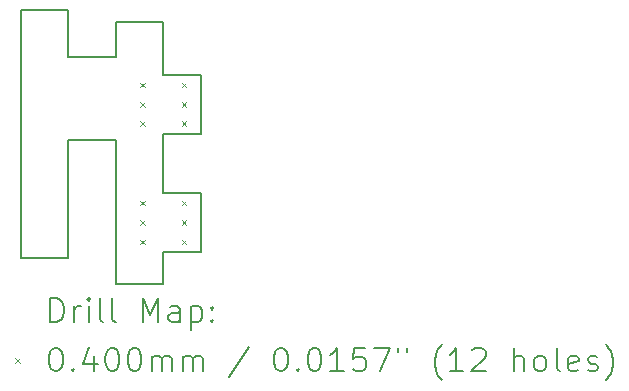
<source format=gbr>
%TF.GenerationSoftware,KiCad,Pcbnew,(6.0.11)*%
%TF.CreationDate,2024-01-05T00:58:55+00:00*%
%TF.ProjectId,Econet_ID_Extender_Bracket,45636f6e-6574-45f4-9944-5f457874656e,rev?*%
%TF.SameCoordinates,Original*%
%TF.FileFunction,Drillmap*%
%TF.FilePolarity,Positive*%
%FSLAX45Y45*%
G04 Gerber Fmt 4.5, Leading zero omitted, Abs format (unit mm)*
G04 Created by KiCad (PCBNEW (6.0.11)) date 2024-01-05 00:58:55*
%MOMM*%
%LPD*%
G01*
G04 APERTURE LIST*
%ADD10C,0.200000*%
%ADD11C,0.040000*%
G04 APERTURE END LIST*
D10*
X16200000Y-6970000D02*
X16200000Y-7241000D01*
X16200000Y-6970000D02*
X16526000Y-6970000D01*
X15000000Y-4920000D02*
X15400000Y-4920000D01*
X16526000Y-5970000D02*
X16526000Y-5470000D01*
X15000000Y-4920000D02*
X15000000Y-7020000D01*
X16526000Y-6970000D02*
X16526000Y-6470000D01*
X15800000Y-7241000D02*
X15800000Y-6020000D01*
X15800000Y-5320000D02*
X15800000Y-5020000D01*
X16200000Y-6470000D02*
X16526000Y-6470000D01*
X15800000Y-7241000D02*
X16200000Y-7241000D01*
X15400000Y-5320000D02*
X15400000Y-4920000D01*
X15400000Y-7020000D02*
X15400000Y-6020000D01*
X16200000Y-5970000D02*
X16200000Y-6470000D01*
X15000000Y-7020000D02*
X15400000Y-7020000D01*
X16200000Y-5020000D02*
X16200000Y-5470000D01*
X15400000Y-5320000D02*
X15800000Y-5320000D01*
X16200000Y-5470000D02*
X16526000Y-5470000D01*
X15400000Y-6020000D02*
X15800000Y-6020000D01*
X16200000Y-5970000D02*
X16526000Y-5970000D01*
X15800000Y-5020000D02*
X16200000Y-5020000D01*
D11*
X16009000Y-5535500D02*
X16049000Y-5575500D01*
X16049000Y-5535500D02*
X16009000Y-5575500D01*
X16009000Y-5700000D02*
X16049000Y-5740000D01*
X16049000Y-5700000D02*
X16009000Y-5740000D01*
X16009000Y-5864500D02*
X16049000Y-5904500D01*
X16049000Y-5864500D02*
X16009000Y-5904500D01*
X16009000Y-6535500D02*
X16049000Y-6575500D01*
X16049000Y-6535500D02*
X16009000Y-6575500D01*
X16009000Y-6700000D02*
X16049000Y-6740000D01*
X16049000Y-6700000D02*
X16009000Y-6740000D01*
X16009000Y-6864500D02*
X16049000Y-6904500D01*
X16049000Y-6864500D02*
X16009000Y-6904500D01*
X16359000Y-5535500D02*
X16399000Y-5575500D01*
X16399000Y-5535500D02*
X16359000Y-5575500D01*
X16359000Y-5700000D02*
X16399000Y-5740000D01*
X16399000Y-5700000D02*
X16359000Y-5740000D01*
X16359000Y-5864500D02*
X16399000Y-5904500D01*
X16399000Y-5864500D02*
X16359000Y-5904500D01*
X16359000Y-6535500D02*
X16399000Y-6575500D01*
X16399000Y-6535500D02*
X16359000Y-6575500D01*
X16359000Y-6700000D02*
X16399000Y-6740000D01*
X16399000Y-6700000D02*
X16359000Y-6740000D01*
X16359000Y-6864500D02*
X16399000Y-6904500D01*
X16399000Y-6864500D02*
X16359000Y-6904500D01*
D10*
X15247619Y-7561476D02*
X15247619Y-7361476D01*
X15295238Y-7361476D01*
X15323809Y-7371000D01*
X15342857Y-7390048D01*
X15352381Y-7409095D01*
X15361905Y-7447190D01*
X15361905Y-7475762D01*
X15352381Y-7513857D01*
X15342857Y-7532905D01*
X15323809Y-7551952D01*
X15295238Y-7561476D01*
X15247619Y-7561476D01*
X15447619Y-7561476D02*
X15447619Y-7428143D01*
X15447619Y-7466238D02*
X15457143Y-7447190D01*
X15466667Y-7437667D01*
X15485714Y-7428143D01*
X15504762Y-7428143D01*
X15571428Y-7561476D02*
X15571428Y-7428143D01*
X15571428Y-7361476D02*
X15561905Y-7371000D01*
X15571428Y-7380524D01*
X15580952Y-7371000D01*
X15571428Y-7361476D01*
X15571428Y-7380524D01*
X15695238Y-7561476D02*
X15676190Y-7551952D01*
X15666667Y-7532905D01*
X15666667Y-7361476D01*
X15800000Y-7561476D02*
X15780952Y-7551952D01*
X15771428Y-7532905D01*
X15771428Y-7361476D01*
X16028571Y-7561476D02*
X16028571Y-7361476D01*
X16095238Y-7504333D01*
X16161905Y-7361476D01*
X16161905Y-7561476D01*
X16342857Y-7561476D02*
X16342857Y-7456714D01*
X16333333Y-7437667D01*
X16314286Y-7428143D01*
X16276190Y-7428143D01*
X16257143Y-7437667D01*
X16342857Y-7551952D02*
X16323809Y-7561476D01*
X16276190Y-7561476D01*
X16257143Y-7551952D01*
X16247619Y-7532905D01*
X16247619Y-7513857D01*
X16257143Y-7494809D01*
X16276190Y-7485286D01*
X16323809Y-7485286D01*
X16342857Y-7475762D01*
X16438095Y-7428143D02*
X16438095Y-7628143D01*
X16438095Y-7437667D02*
X16457143Y-7428143D01*
X16495238Y-7428143D01*
X16514286Y-7437667D01*
X16523809Y-7447190D01*
X16533333Y-7466238D01*
X16533333Y-7523381D01*
X16523809Y-7542428D01*
X16514286Y-7551952D01*
X16495238Y-7561476D01*
X16457143Y-7561476D01*
X16438095Y-7551952D01*
X16619048Y-7542428D02*
X16628571Y-7551952D01*
X16619048Y-7561476D01*
X16609524Y-7551952D01*
X16619048Y-7542428D01*
X16619048Y-7561476D01*
X16619048Y-7437667D02*
X16628571Y-7447190D01*
X16619048Y-7456714D01*
X16609524Y-7447190D01*
X16619048Y-7437667D01*
X16619048Y-7456714D01*
D11*
X14950000Y-7871000D02*
X14990000Y-7911000D01*
X14990000Y-7871000D02*
X14950000Y-7911000D01*
D10*
X15285714Y-7781476D02*
X15304762Y-7781476D01*
X15323809Y-7791000D01*
X15333333Y-7800524D01*
X15342857Y-7819571D01*
X15352381Y-7857667D01*
X15352381Y-7905286D01*
X15342857Y-7943381D01*
X15333333Y-7962428D01*
X15323809Y-7971952D01*
X15304762Y-7981476D01*
X15285714Y-7981476D01*
X15266667Y-7971952D01*
X15257143Y-7962428D01*
X15247619Y-7943381D01*
X15238095Y-7905286D01*
X15238095Y-7857667D01*
X15247619Y-7819571D01*
X15257143Y-7800524D01*
X15266667Y-7791000D01*
X15285714Y-7781476D01*
X15438095Y-7962428D02*
X15447619Y-7971952D01*
X15438095Y-7981476D01*
X15428571Y-7971952D01*
X15438095Y-7962428D01*
X15438095Y-7981476D01*
X15619048Y-7848143D02*
X15619048Y-7981476D01*
X15571428Y-7771952D02*
X15523809Y-7914809D01*
X15647619Y-7914809D01*
X15761905Y-7781476D02*
X15780952Y-7781476D01*
X15800000Y-7791000D01*
X15809524Y-7800524D01*
X15819048Y-7819571D01*
X15828571Y-7857667D01*
X15828571Y-7905286D01*
X15819048Y-7943381D01*
X15809524Y-7962428D01*
X15800000Y-7971952D01*
X15780952Y-7981476D01*
X15761905Y-7981476D01*
X15742857Y-7971952D01*
X15733333Y-7962428D01*
X15723809Y-7943381D01*
X15714286Y-7905286D01*
X15714286Y-7857667D01*
X15723809Y-7819571D01*
X15733333Y-7800524D01*
X15742857Y-7791000D01*
X15761905Y-7781476D01*
X15952381Y-7781476D02*
X15971428Y-7781476D01*
X15990476Y-7791000D01*
X16000000Y-7800524D01*
X16009524Y-7819571D01*
X16019048Y-7857667D01*
X16019048Y-7905286D01*
X16009524Y-7943381D01*
X16000000Y-7962428D01*
X15990476Y-7971952D01*
X15971428Y-7981476D01*
X15952381Y-7981476D01*
X15933333Y-7971952D01*
X15923809Y-7962428D01*
X15914286Y-7943381D01*
X15904762Y-7905286D01*
X15904762Y-7857667D01*
X15914286Y-7819571D01*
X15923809Y-7800524D01*
X15933333Y-7791000D01*
X15952381Y-7781476D01*
X16104762Y-7981476D02*
X16104762Y-7848143D01*
X16104762Y-7867190D02*
X16114286Y-7857667D01*
X16133333Y-7848143D01*
X16161905Y-7848143D01*
X16180952Y-7857667D01*
X16190476Y-7876714D01*
X16190476Y-7981476D01*
X16190476Y-7876714D02*
X16200000Y-7857667D01*
X16219048Y-7848143D01*
X16247619Y-7848143D01*
X16266667Y-7857667D01*
X16276190Y-7876714D01*
X16276190Y-7981476D01*
X16371428Y-7981476D02*
X16371428Y-7848143D01*
X16371428Y-7867190D02*
X16380952Y-7857667D01*
X16400000Y-7848143D01*
X16428571Y-7848143D01*
X16447619Y-7857667D01*
X16457143Y-7876714D01*
X16457143Y-7981476D01*
X16457143Y-7876714D02*
X16466667Y-7857667D01*
X16485714Y-7848143D01*
X16514286Y-7848143D01*
X16533333Y-7857667D01*
X16542857Y-7876714D01*
X16542857Y-7981476D01*
X16933333Y-7771952D02*
X16761905Y-8029095D01*
X17190476Y-7781476D02*
X17209524Y-7781476D01*
X17228571Y-7791000D01*
X17238095Y-7800524D01*
X17247619Y-7819571D01*
X17257143Y-7857667D01*
X17257143Y-7905286D01*
X17247619Y-7943381D01*
X17238095Y-7962428D01*
X17228571Y-7971952D01*
X17209524Y-7981476D01*
X17190476Y-7981476D01*
X17171429Y-7971952D01*
X17161905Y-7962428D01*
X17152381Y-7943381D01*
X17142857Y-7905286D01*
X17142857Y-7857667D01*
X17152381Y-7819571D01*
X17161905Y-7800524D01*
X17171429Y-7791000D01*
X17190476Y-7781476D01*
X17342857Y-7962428D02*
X17352381Y-7971952D01*
X17342857Y-7981476D01*
X17333333Y-7971952D01*
X17342857Y-7962428D01*
X17342857Y-7981476D01*
X17476190Y-7781476D02*
X17495238Y-7781476D01*
X17514286Y-7791000D01*
X17523810Y-7800524D01*
X17533333Y-7819571D01*
X17542857Y-7857667D01*
X17542857Y-7905286D01*
X17533333Y-7943381D01*
X17523810Y-7962428D01*
X17514286Y-7971952D01*
X17495238Y-7981476D01*
X17476190Y-7981476D01*
X17457143Y-7971952D01*
X17447619Y-7962428D01*
X17438095Y-7943381D01*
X17428571Y-7905286D01*
X17428571Y-7857667D01*
X17438095Y-7819571D01*
X17447619Y-7800524D01*
X17457143Y-7791000D01*
X17476190Y-7781476D01*
X17733333Y-7981476D02*
X17619048Y-7981476D01*
X17676190Y-7981476D02*
X17676190Y-7781476D01*
X17657143Y-7810048D01*
X17638095Y-7829095D01*
X17619048Y-7838619D01*
X17914286Y-7781476D02*
X17819048Y-7781476D01*
X17809524Y-7876714D01*
X17819048Y-7867190D01*
X17838095Y-7857667D01*
X17885714Y-7857667D01*
X17904762Y-7867190D01*
X17914286Y-7876714D01*
X17923810Y-7895762D01*
X17923810Y-7943381D01*
X17914286Y-7962428D01*
X17904762Y-7971952D01*
X17885714Y-7981476D01*
X17838095Y-7981476D01*
X17819048Y-7971952D01*
X17809524Y-7962428D01*
X17990476Y-7781476D02*
X18123810Y-7781476D01*
X18038095Y-7981476D01*
X18190476Y-7781476D02*
X18190476Y-7819571D01*
X18266667Y-7781476D02*
X18266667Y-7819571D01*
X18561905Y-8057667D02*
X18552381Y-8048143D01*
X18533333Y-8019571D01*
X18523810Y-8000524D01*
X18514286Y-7971952D01*
X18504762Y-7924333D01*
X18504762Y-7886238D01*
X18514286Y-7838619D01*
X18523810Y-7810048D01*
X18533333Y-7791000D01*
X18552381Y-7762428D01*
X18561905Y-7752905D01*
X18742857Y-7981476D02*
X18628571Y-7981476D01*
X18685714Y-7981476D02*
X18685714Y-7781476D01*
X18666667Y-7810048D01*
X18647619Y-7829095D01*
X18628571Y-7838619D01*
X18819048Y-7800524D02*
X18828571Y-7791000D01*
X18847619Y-7781476D01*
X18895238Y-7781476D01*
X18914286Y-7791000D01*
X18923810Y-7800524D01*
X18933333Y-7819571D01*
X18933333Y-7838619D01*
X18923810Y-7867190D01*
X18809524Y-7981476D01*
X18933333Y-7981476D01*
X19171429Y-7981476D02*
X19171429Y-7781476D01*
X19257143Y-7981476D02*
X19257143Y-7876714D01*
X19247619Y-7857667D01*
X19228571Y-7848143D01*
X19200000Y-7848143D01*
X19180952Y-7857667D01*
X19171429Y-7867190D01*
X19380952Y-7981476D02*
X19361905Y-7971952D01*
X19352381Y-7962428D01*
X19342857Y-7943381D01*
X19342857Y-7886238D01*
X19352381Y-7867190D01*
X19361905Y-7857667D01*
X19380952Y-7848143D01*
X19409524Y-7848143D01*
X19428571Y-7857667D01*
X19438095Y-7867190D01*
X19447619Y-7886238D01*
X19447619Y-7943381D01*
X19438095Y-7962428D01*
X19428571Y-7971952D01*
X19409524Y-7981476D01*
X19380952Y-7981476D01*
X19561905Y-7981476D02*
X19542857Y-7971952D01*
X19533333Y-7952905D01*
X19533333Y-7781476D01*
X19714286Y-7971952D02*
X19695238Y-7981476D01*
X19657143Y-7981476D01*
X19638095Y-7971952D01*
X19628571Y-7952905D01*
X19628571Y-7876714D01*
X19638095Y-7857667D01*
X19657143Y-7848143D01*
X19695238Y-7848143D01*
X19714286Y-7857667D01*
X19723810Y-7876714D01*
X19723810Y-7895762D01*
X19628571Y-7914809D01*
X19800000Y-7971952D02*
X19819048Y-7981476D01*
X19857143Y-7981476D01*
X19876190Y-7971952D01*
X19885714Y-7952905D01*
X19885714Y-7943381D01*
X19876190Y-7924333D01*
X19857143Y-7914809D01*
X19828571Y-7914809D01*
X19809524Y-7905286D01*
X19800000Y-7886238D01*
X19800000Y-7876714D01*
X19809524Y-7857667D01*
X19828571Y-7848143D01*
X19857143Y-7848143D01*
X19876190Y-7857667D01*
X19952381Y-8057667D02*
X19961905Y-8048143D01*
X19980952Y-8019571D01*
X19990476Y-8000524D01*
X20000000Y-7971952D01*
X20009524Y-7924333D01*
X20009524Y-7886238D01*
X20000000Y-7838619D01*
X19990476Y-7810048D01*
X19980952Y-7791000D01*
X19961905Y-7762428D01*
X19952381Y-7752905D01*
M02*

</source>
